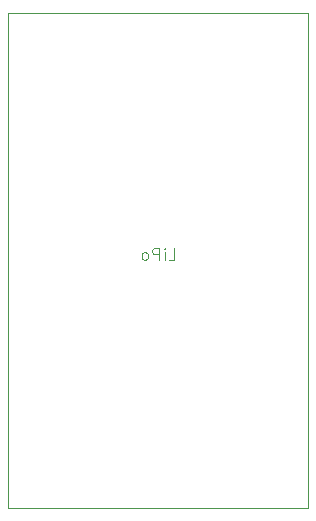
<source format=gbr>
%TF.GenerationSoftware,KiCad,Pcbnew,8.0.4*%
%TF.CreationDate,2024-09-17T14:39:11-07:00*%
%TF.ProjectId,DC33_Cnet_Badge_Main,44433333-5f43-46e6-9574-5f4261646765,rev?*%
%TF.SameCoordinates,Original*%
%TF.FileFunction,Legend,Bot*%
%TF.FilePolarity,Positive*%
%FSLAX46Y46*%
G04 Gerber Fmt 4.6, Leading zero omitted, Abs format (unit mm)*
G04 Created by KiCad (PCBNEW 8.0.4) date 2024-09-17 14:39:11*
%MOMM*%
%LPD*%
G01*
G04 APERTURE LIST*
%ADD10C,0.100000*%
G04 APERTURE END LIST*
D10*
X159380952Y-113457419D02*
X159857142Y-113457419D01*
X159857142Y-113457419D02*
X159857142Y-112457419D01*
X159047618Y-113457419D02*
X159047618Y-112790752D01*
X159047618Y-112457419D02*
X159095237Y-112505038D01*
X159095237Y-112505038D02*
X159047618Y-112552657D01*
X159047618Y-112552657D02*
X158999999Y-112505038D01*
X158999999Y-112505038D02*
X159047618Y-112457419D01*
X159047618Y-112457419D02*
X159047618Y-112552657D01*
X158571428Y-113457419D02*
X158571428Y-112457419D01*
X158571428Y-112457419D02*
X158190476Y-112457419D01*
X158190476Y-112457419D02*
X158095238Y-112505038D01*
X158095238Y-112505038D02*
X158047619Y-112552657D01*
X158047619Y-112552657D02*
X158000000Y-112647895D01*
X158000000Y-112647895D02*
X158000000Y-112790752D01*
X158000000Y-112790752D02*
X158047619Y-112885990D01*
X158047619Y-112885990D02*
X158095238Y-112933609D01*
X158095238Y-112933609D02*
X158190476Y-112981228D01*
X158190476Y-112981228D02*
X158571428Y-112981228D01*
X157428571Y-113457419D02*
X157523809Y-113409800D01*
X157523809Y-113409800D02*
X157571428Y-113362180D01*
X157571428Y-113362180D02*
X157619047Y-113266942D01*
X157619047Y-113266942D02*
X157619047Y-112981228D01*
X157619047Y-112981228D02*
X157571428Y-112885990D01*
X157571428Y-112885990D02*
X157523809Y-112838371D01*
X157523809Y-112838371D02*
X157428571Y-112790752D01*
X157428571Y-112790752D02*
X157285714Y-112790752D01*
X157285714Y-112790752D02*
X157190476Y-112838371D01*
X157190476Y-112838371D02*
X157142857Y-112885990D01*
X157142857Y-112885990D02*
X157095238Y-112981228D01*
X157095238Y-112981228D02*
X157095238Y-113266942D01*
X157095238Y-113266942D02*
X157142857Y-113362180D01*
X157142857Y-113362180D02*
X157190476Y-113409800D01*
X157190476Y-113409800D02*
X157285714Y-113457419D01*
X157285714Y-113457419D02*
X157428571Y-113457419D01*
%TO.C,LiPo*%
X145800000Y-134455000D02*
X171200000Y-134455000D01*
X171200000Y-92545000D01*
X145800000Y-92545000D01*
X145800000Y-134455000D01*
%TD*%
M02*

</source>
